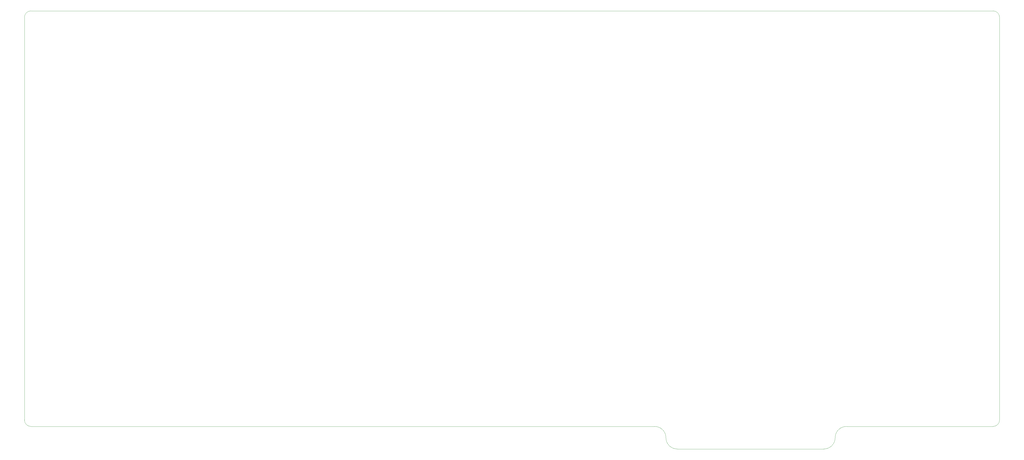
<source format=gbr>
%TF.GenerationSoftware,KiCad,Pcbnew,(5.1.6)-1*%
%TF.CreationDate,2020-06-23T22:52:40-07:00*%
%TF.ProjectId,factorium,66616374-6f72-4697-956d-2e6b69636164,rev?*%
%TF.SameCoordinates,Original*%
%TF.FileFunction,Profile,NP*%
%FSLAX46Y46*%
G04 Gerber Fmt 4.6, Leading zero omitted, Abs format (unit mm)*
G04 Created by KiCad (PCBNEW (5.1.6)-1) date 2020-06-23 22:52:40*
%MOMM*%
%LPD*%
G01*
G04 APERTURE LIST*
%TA.AperFunction,Profile*%
%ADD10C,0.050000*%
%TD*%
G04 APERTURE END LIST*
D10*
X340360000Y-317500000D02*
G75*
G02*
X344805000Y-313055000I4445000J0D01*
G01*
X402590000Y-149225000D02*
G75*
G02*
X405130000Y-151765000I0J-2540000D01*
G01*
X20955000Y-151765000D02*
G75*
G02*
X23495000Y-149225000I2540000J0D01*
G01*
X23495000Y-313055000D02*
G75*
G02*
X20955000Y-310515000I0J2540000D01*
G01*
X405130000Y-310515000D02*
G75*
G02*
X402590000Y-313055000I-2540000J0D01*
G01*
X340360000Y-317500000D02*
G75*
G02*
X335915000Y-321945000I-4445000J0D01*
G01*
X278130000Y-321945000D02*
G75*
G02*
X273685000Y-317500000I0J4445000D01*
G01*
X269240000Y-313055000D02*
G75*
G02*
X273685000Y-317500000I0J-4445000D01*
G01*
X23495000Y-149225000D02*
X402590000Y-149225000D01*
X20955000Y-310515000D02*
X20955000Y-151765000D01*
X269240000Y-313055000D02*
X23495000Y-313055000D01*
X335915000Y-321945000D02*
X278130000Y-321945000D01*
X344805000Y-313055000D02*
X402590000Y-313055000D01*
X402590000Y-149225000D02*
X402590000Y-149225000D01*
X405130000Y-310515000D02*
X405130000Y-151765000D01*
M02*

</source>
